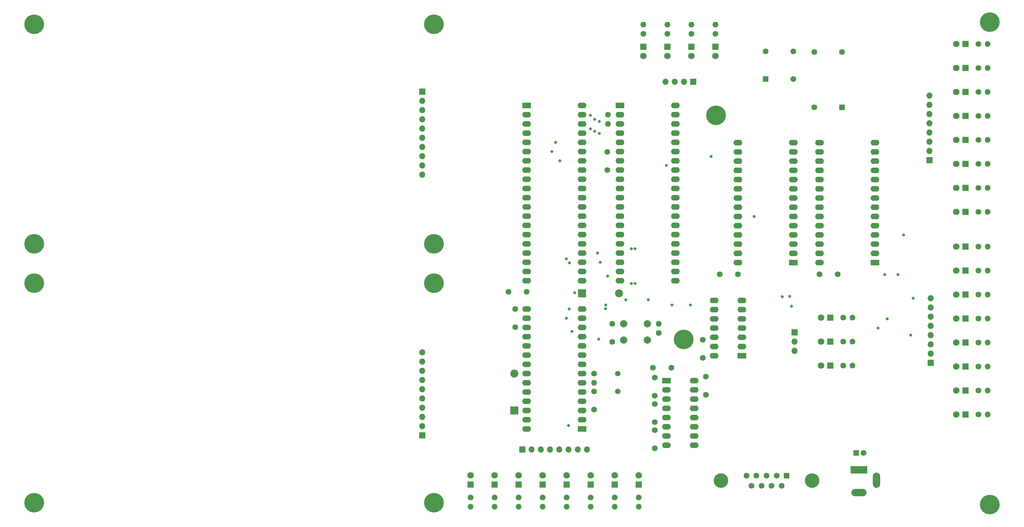
<source format=gbr>
%TF.GenerationSoftware,KiCad,Pcbnew,8.0.0*%
%TF.CreationDate,2024-05-27T12:02:18-04:00*%
%TF.ProjectId,Eater 6502 computer,45617465-7220-4363-9530-3220636f6d70,rev?*%
%TF.SameCoordinates,Original*%
%TF.FileFunction,Soldermask,Bot*%
%TF.FilePolarity,Negative*%
%FSLAX46Y46*%
G04 Gerber Fmt 4.6, Leading zero omitted, Abs format (unit mm)*
G04 Created by KiCad (PCBNEW 8.0.0) date 2024-05-27 12:02:18*
%MOMM*%
%LPD*%
G01*
G04 APERTURE LIST*
%ADD10C,1.500000*%
%ADD11C,1.600000*%
%ADD12O,1.600000X1.600000*%
%ADD13R,2.400000X1.600000*%
%ADD14O,2.400000X1.600000*%
%ADD15R,1.800000X1.800000*%
%ADD16C,1.800000*%
%ADD17R,1.700000X1.700000*%
%ADD18O,1.700000X1.700000*%
%ADD19R,2.200000X2.200000*%
%ADD20O,2.200000X2.200000*%
%ADD21R,1.600000X1.600000*%
%ADD22C,2.000000*%
%ADD23C,4.000000*%
%ADD24R,4.600000X2.000000*%
%ADD25O,4.200000X2.000000*%
%ADD26O,2.000000X4.200000*%
%ADD27C,0.800000*%
%ADD28C,5.400000*%
G04 APERTURE END LIST*
D10*
%TO.C,Y1*%
X177829000Y-118494200D03*
X177829000Y-113614200D03*
%TD*%
D11*
%TO.C,R13*%
X277012400Y-85242400D03*
D12*
X279552400Y-85242400D03*
%TD*%
D13*
%TO.C,U7*%
X212017400Y-108737400D03*
D14*
X212017400Y-106197400D03*
X212017400Y-103657400D03*
X212017400Y-101117400D03*
X212017400Y-98577400D03*
X212017400Y-96037400D03*
X212017400Y-93497400D03*
X204397400Y-93497400D03*
X204397400Y-96037400D03*
X204397400Y-98577400D03*
X204397400Y-101117400D03*
X204397400Y-103657400D03*
X204397400Y-106197400D03*
X204397400Y-108737400D03*
%TD*%
D15*
%TO.C,D5*%
X273456400Y-36042600D03*
D16*
X270916400Y-36042600D03*
%TD*%
D11*
%TO.C,R18*%
X277012400Y-118262400D03*
D12*
X279552400Y-118262400D03*
%TD*%
D11*
%TO.C,R33*%
X239830400Y-104810800D03*
D12*
X242370400Y-104810800D03*
%TD*%
D17*
%TO.C,J6*%
X198592600Y-33274000D03*
D18*
X196052600Y-33274000D03*
X193512600Y-33274000D03*
X190972600Y-33274000D03*
%TD*%
D17*
%TO.C,J5*%
X151587200Y-134493000D03*
D18*
X154127200Y-134493000D03*
X156667200Y-134493000D03*
X159207200Y-134493000D03*
X161747200Y-134493000D03*
X164287200Y-134493000D03*
X166827200Y-134493000D03*
X169367200Y-134493000D03*
%TD*%
D15*
%TO.C,D32*%
X236274400Y-104810800D03*
D16*
X233734400Y-104810800D03*
%TD*%
D11*
%TO.C,R30*%
X191490600Y-20066000D03*
D12*
X191490600Y-17526000D03*
%TD*%
D15*
%TO.C,D27*%
X204698600Y-23622000D03*
D16*
X204698600Y-26162000D03*
%TD*%
D11*
%TO.C,R24*%
X157175200Y-147722800D03*
D12*
X157175200Y-150262800D03*
%TD*%
D11*
%TO.C,R1*%
X189106600Y-102438200D03*
D12*
X189106600Y-99898200D03*
%TD*%
D11*
%TO.C,R26*%
X143967200Y-147722800D03*
D12*
X143967200Y-150262800D03*
%TD*%
D15*
%TO.C,D15*%
X273461400Y-105054400D03*
D16*
X270921400Y-105054400D03*
%TD*%
D11*
%TO.C,C1*%
X176330400Y-99898200D03*
X176330400Y-104898200D03*
%TD*%
D19*
%TO.C,D2*%
X149381000Y-123748800D03*
D20*
X149381000Y-113588800D03*
%TD*%
D15*
%TO.C,D26*%
X137363200Y-144195800D03*
D16*
X137363200Y-141655800D03*
%TD*%
D11*
%TO.C,R16*%
X277017400Y-105054400D03*
D12*
X279557400Y-105054400D03*
%TD*%
D11*
%TO.C,C11*%
X233299000Y-86309200D03*
X238299000Y-86309200D03*
%TD*%
%TO.C,R28*%
X204698600Y-20066000D03*
D12*
X204698600Y-17526000D03*
%TD*%
D15*
%TO.C,D33*%
X236274400Y-111440200D03*
D16*
X233734400Y-111440200D03*
%TD*%
D11*
%TO.C,R8*%
X277012400Y-49250600D03*
D12*
X279552400Y-49250600D03*
%TD*%
D15*
%TO.C,D4*%
X273456400Y-29438600D03*
D16*
X270916400Y-29438600D03*
%TD*%
D15*
%TO.C,D7*%
X273456400Y-49250600D03*
D16*
X270916400Y-49250600D03*
%TD*%
D11*
%TO.C,R31*%
X184886600Y-20066000D03*
D12*
X184886600Y-17526000D03*
%TD*%
D11*
%TO.C,R19*%
X277012400Y-124866400D03*
D12*
X279552400Y-124866400D03*
%TD*%
D13*
%TO.C,U4*%
X178438600Y-39792600D03*
D14*
X178438600Y-42332600D03*
X178438600Y-44872600D03*
X178438600Y-47412600D03*
X178438600Y-49952600D03*
X178438600Y-52492600D03*
X178438600Y-55032600D03*
X178438600Y-57572600D03*
X178438600Y-60112600D03*
X178438600Y-62652600D03*
X178438600Y-65192600D03*
X178438600Y-67732600D03*
X178438600Y-70272600D03*
X178438600Y-72812600D03*
X178438600Y-75352600D03*
X178438600Y-77892600D03*
X178438600Y-80432600D03*
X178438600Y-82972600D03*
X178438600Y-85512600D03*
X178438600Y-88052600D03*
X193678600Y-88052600D03*
X193678600Y-85512600D03*
X193678600Y-82972600D03*
X193678600Y-80432600D03*
X193678600Y-77892600D03*
X193678600Y-75352600D03*
X193678600Y-72812600D03*
X193678600Y-70272600D03*
X193678600Y-67732600D03*
X193678600Y-65192600D03*
X193678600Y-62652600D03*
X193678600Y-60112600D03*
X193678600Y-57572600D03*
X193678600Y-55032600D03*
X193678600Y-52492600D03*
X193678600Y-49952600D03*
X193678600Y-47412600D03*
X193678600Y-44872600D03*
X193678600Y-42332600D03*
X193678600Y-39792600D03*
%TD*%
D15*
%TO.C,D25*%
X143967200Y-144195800D03*
D16*
X143967200Y-141655800D03*
%TD*%
D15*
%TO.C,D31*%
X236274400Y-98206800D03*
D16*
X233734400Y-98206800D03*
%TD*%
D11*
%TO.C,R2*%
X175187400Y-42341800D03*
D12*
X175187400Y-44881800D03*
%TD*%
D11*
%TO.C,R22*%
X170383200Y-147722800D03*
D12*
X170383200Y-150262800D03*
%TD*%
D15*
%TO.C,D18*%
X273456400Y-124866400D03*
D16*
X270916400Y-124866400D03*
%TD*%
D21*
%TO.C,X2*%
X218543269Y-32524200D03*
D11*
X226163269Y-32524200D03*
X226163269Y-24904200D03*
X218543269Y-24904200D03*
%TD*%
D15*
%TO.C,D19*%
X183591200Y-144212600D03*
D16*
X183591200Y-141672600D03*
%TD*%
D11*
%TO.C,R14*%
X277012400Y-91846400D03*
D12*
X279552400Y-91846400D03*
%TD*%
D15*
%TO.C,D24*%
X150571200Y-144195800D03*
D16*
X150571200Y-141655800D03*
%TD*%
D15*
%TO.C,D8*%
X273456400Y-55854600D03*
D16*
X270916400Y-55854600D03*
%TD*%
D17*
%TO.C,J4*%
X263550400Y-54838600D03*
D18*
X263550400Y-52298600D03*
X263550400Y-49758600D03*
X263550400Y-47218600D03*
X263550400Y-44678600D03*
X263550400Y-42138600D03*
X263550400Y-39598600D03*
X263550400Y-37058600D03*
%TD*%
D11*
%TO.C,C14*%
X174991400Y-57592600D03*
X174991400Y-52592600D03*
%TD*%
%TO.C,R34*%
X239830400Y-111414800D03*
D12*
X242370400Y-111414800D03*
%TD*%
D15*
%TO.C,D28*%
X198094600Y-23622000D03*
D16*
X198094600Y-26162000D03*
%TD*%
D15*
%TO.C,D11*%
X273456400Y-78638400D03*
D16*
X270916400Y-78638400D03*
%TD*%
D15*
%TO.C,D10*%
X273456400Y-69062600D03*
D16*
X270916400Y-69062600D03*
%TD*%
D11*
%TO.C,R21*%
X176987200Y-147717800D03*
D12*
X176987200Y-150257800D03*
%TD*%
D11*
%TO.C,R25*%
X150571200Y-147722800D03*
D12*
X150571200Y-150262800D03*
%TD*%
D11*
%TO.C,R11*%
X277012400Y-69062600D03*
D12*
X279552400Y-69062600D03*
%TD*%
D22*
%TO.C,SW1*%
X186006600Y-104408800D03*
X179506600Y-104408800D03*
X186006600Y-99908800D03*
X179506600Y-99908800D03*
%TD*%
D21*
%TO.C,C9*%
X243392888Y-135483600D03*
D11*
X245392888Y-135483600D03*
%TD*%
%TO.C,R17*%
X277012400Y-111658400D03*
D12*
X279552400Y-111658400D03*
%TD*%
D11*
%TO.C,C6*%
X188010800Y-129184400D03*
X188010800Y-134184400D03*
%TD*%
D13*
%TO.C,U3*%
X191262000Y-115595400D03*
D14*
X191262000Y-118135400D03*
X191262000Y-120675400D03*
X191262000Y-123215400D03*
X191262000Y-125755400D03*
X191262000Y-128295400D03*
X191262000Y-130835400D03*
X191262000Y-133375400D03*
X198882000Y-133375400D03*
X198882000Y-130835400D03*
X198882000Y-128295400D03*
X198882000Y-125755400D03*
X198882000Y-123215400D03*
X198882000Y-120675400D03*
X198882000Y-118135400D03*
X198882000Y-115595400D03*
%TD*%
D13*
%TO.C,U1*%
X248542600Y-83017600D03*
D14*
X248542600Y-80477600D03*
X248542600Y-77937600D03*
X248542600Y-75397600D03*
X248542600Y-72857600D03*
X248542600Y-70317600D03*
X248542600Y-67777600D03*
X248542600Y-65237600D03*
X248542600Y-62697600D03*
X248542600Y-60157600D03*
X248542600Y-57617600D03*
X248542600Y-55077600D03*
X248542600Y-52537600D03*
X248542600Y-49997600D03*
X233302600Y-49997600D03*
X233302600Y-52537600D03*
X233302600Y-55077600D03*
X233302600Y-57617600D03*
X233302600Y-60157600D03*
X233302600Y-62697600D03*
X233302600Y-65237600D03*
X233302600Y-67777600D03*
X233302600Y-70317600D03*
X233302600Y-72857600D03*
X233302600Y-75397600D03*
X233302600Y-77937600D03*
X233302600Y-80477600D03*
X233302600Y-83017600D03*
%TD*%
D11*
%TO.C,R20*%
X183591200Y-147768600D03*
D12*
X183591200Y-150308600D03*
%TD*%
D11*
%TO.C,R15*%
X277012400Y-98450400D03*
D12*
X279552400Y-98450400D03*
%TD*%
D11*
%TO.C,C13*%
X202042400Y-114467000D03*
X202042400Y-119467000D03*
%TD*%
D15*
%TO.C,D20*%
X176987200Y-144195800D03*
D16*
X176987200Y-141655800D03*
%TD*%
D23*
%TO.C,J1*%
X206254800Y-143106000D03*
X231254800Y-143106000D03*
D21*
X224294800Y-141686000D03*
D11*
X221524800Y-141686000D03*
X218754800Y-141686000D03*
X215984800Y-141686000D03*
X213214800Y-141686000D03*
X222909800Y-144526000D03*
X220139800Y-144526000D03*
X217369800Y-144526000D03*
X214599800Y-144526000D03*
%TD*%
D15*
%TO.C,D12*%
X273456400Y-85242400D03*
D16*
X270916400Y-85242400D03*
%TD*%
D15*
%TO.C,D14*%
X273456400Y-98450400D03*
D16*
X270916400Y-98450400D03*
%TD*%
D11*
%TO.C,R23*%
X163779200Y-147722800D03*
D12*
X163779200Y-150262800D03*
%TD*%
D11*
%TO.C,C5*%
X192553600Y-111988600D03*
X187553600Y-111988600D03*
%TD*%
D15*
%TO.C,D9*%
X273456400Y-62458600D03*
D16*
X270916400Y-62458600D03*
%TD*%
D15*
%TO.C,D13*%
X273456400Y-91846400D03*
D16*
X270916400Y-91846400D03*
%TD*%
D11*
%TO.C,R29*%
X198094600Y-20066000D03*
D12*
X198094600Y-17526000D03*
%TD*%
D13*
%TO.C,U5*%
X168075400Y-128845000D03*
D14*
X168075400Y-126305000D03*
X168075400Y-123765000D03*
X168075400Y-121225000D03*
X168075400Y-118685000D03*
X168075400Y-116145000D03*
X168075400Y-113605000D03*
X168075400Y-111065000D03*
X168075400Y-108525000D03*
X168075400Y-105985000D03*
X168075400Y-103445000D03*
X168075400Y-100905000D03*
X168075400Y-98365000D03*
X168075400Y-95825000D03*
X152835400Y-95825000D03*
X152835400Y-98365000D03*
X152835400Y-100905000D03*
X152835400Y-103445000D03*
X152835400Y-105985000D03*
X152835400Y-108525000D03*
X152835400Y-111065000D03*
X152835400Y-113605000D03*
X152835400Y-116145000D03*
X152835400Y-118685000D03*
X152835400Y-121225000D03*
X152835400Y-123765000D03*
X152835400Y-126305000D03*
X152835400Y-128845000D03*
%TD*%
D15*
%TO.C,D30*%
X184886600Y-23622000D03*
D16*
X184886600Y-26162000D03*
%TD*%
D15*
%TO.C,D6*%
X273456400Y-42646600D03*
D16*
X270916400Y-42646600D03*
%TD*%
D11*
%TO.C,R12*%
X277012400Y-78638400D03*
D12*
X279552400Y-78638400D03*
%TD*%
D17*
%TO.C,J7*%
X226495400Y-102285800D03*
D18*
X226495400Y-104825800D03*
X226495400Y-107365800D03*
%TD*%
D11*
%TO.C,R7*%
X277012400Y-42646600D03*
D12*
X279552400Y-42646600D03*
%TD*%
D11*
%TO.C,C12*%
X152806400Y-91135200D03*
X147806400Y-91135200D03*
%TD*%
%TO.C,C7*%
X149656800Y-95808800D03*
X149656800Y-100808800D03*
%TD*%
D13*
%TO.C,U2*%
X226139800Y-83032600D03*
D14*
X226139800Y-80492600D03*
X226139800Y-77952600D03*
X226139800Y-75412600D03*
X226139800Y-72872600D03*
X226139800Y-70332600D03*
X226139800Y-67792600D03*
X226139800Y-65252600D03*
X226139800Y-62712600D03*
X226139800Y-60172600D03*
X226139800Y-57632600D03*
X226139800Y-55092600D03*
X226139800Y-52552600D03*
X226139800Y-50012600D03*
X210899800Y-50012600D03*
X210899800Y-52552600D03*
X210899800Y-55092600D03*
X210899800Y-57632600D03*
X210899800Y-60172600D03*
X210899800Y-62712600D03*
X210899800Y-65252600D03*
X210899800Y-67792600D03*
X210899800Y-70332600D03*
X210899800Y-72872600D03*
X210899800Y-75412600D03*
X210899800Y-77952600D03*
X210899800Y-80492600D03*
X210899800Y-83032600D03*
%TD*%
D11*
%TO.C,C3*%
X188010800Y-119735600D03*
X188010800Y-114735600D03*
%TD*%
%TO.C,R5*%
X277012400Y-29438600D03*
D12*
X279552400Y-29438600D03*
%TD*%
D15*
%TO.C,D29*%
X191490600Y-23622000D03*
D16*
X191490600Y-26162000D03*
%TD*%
D17*
%TO.C,J9*%
X263906000Y-110642400D03*
D18*
X263906000Y-108102400D03*
X263906000Y-105562400D03*
X263906000Y-103022400D03*
X263906000Y-100482400D03*
X263906000Y-97942400D03*
X263906000Y-95402400D03*
X263906000Y-92862400D03*
%TD*%
D11*
%TO.C,R6*%
X277012400Y-36042600D03*
D12*
X279552400Y-36042600D03*
%TD*%
D11*
%TO.C,R4*%
X277012400Y-22834600D03*
D12*
X279552400Y-22834600D03*
%TD*%
D24*
%TO.C,J8*%
X244195600Y-140081000D03*
D25*
X244195600Y-146381000D03*
D26*
X248995600Y-142981000D03*
%TD*%
D11*
%TO.C,R10*%
X277012400Y-62458600D03*
D12*
X279552400Y-62458600D03*
%TD*%
D15*
%TO.C,D22*%
X163779200Y-144195800D03*
D16*
X163779200Y-141655800D03*
%TD*%
D17*
%TO.C,J3*%
X124104400Y-130606800D03*
D18*
X124104400Y-128066800D03*
X124104400Y-125526800D03*
X124104400Y-122986800D03*
X124104400Y-120446800D03*
X124104400Y-117906800D03*
X124104400Y-115366800D03*
X124104400Y-112826800D03*
X124104400Y-110286800D03*
X124104400Y-107746800D03*
%TD*%
D11*
%TO.C,R32*%
X239830400Y-98206800D03*
D12*
X242370400Y-98206800D03*
%TD*%
D11*
%TO.C,C8*%
X210859800Y-86309200D03*
X205859800Y-86309200D03*
%TD*%
%TO.C,C10*%
X201264200Y-109270800D03*
X201264200Y-104270800D03*
%TD*%
%TO.C,R3*%
X171326600Y-113614200D03*
D12*
X171326600Y-116154200D03*
%TD*%
D15*
%TO.C,D3*%
X273456400Y-22834600D03*
D16*
X270916400Y-22834600D03*
%TD*%
D21*
%TO.C,X1*%
X239522000Y-40309800D03*
D11*
X239522000Y-25069800D03*
X231902000Y-25069800D03*
X231902000Y-40309800D03*
%TD*%
D19*
%TO.C,D1*%
X168075400Y-91490800D03*
D20*
X178235400Y-91490800D03*
%TD*%
D11*
%TO.C,C4*%
X188010800Y-126960000D03*
X188010800Y-121960000D03*
%TD*%
%TO.C,C2*%
X171326600Y-118491000D03*
X171326600Y-123491000D03*
%TD*%
D15*
%TO.C,D17*%
X273456400Y-118262400D03*
D16*
X270916400Y-118262400D03*
%TD*%
D11*
%TO.C,R27*%
X137363200Y-147722800D03*
D12*
X137363200Y-150262800D03*
%TD*%
D15*
%TO.C,D16*%
X273456400Y-111658400D03*
D16*
X270916400Y-111658400D03*
%TD*%
D15*
%TO.C,D23*%
X157175200Y-144195800D03*
D16*
X157175200Y-141655800D03*
%TD*%
D11*
%TO.C,R9*%
X277012400Y-55854600D03*
D12*
X279552400Y-55854600D03*
%TD*%
D13*
%TO.C,U6*%
X152830400Y-39772200D03*
D14*
X152830400Y-42312200D03*
X152830400Y-44852200D03*
X152830400Y-47392200D03*
X152830400Y-49932200D03*
X152830400Y-52472200D03*
X152830400Y-55012200D03*
X152830400Y-57552200D03*
X152830400Y-60092200D03*
X152830400Y-62632200D03*
X152830400Y-65172200D03*
X152830400Y-67712200D03*
X152830400Y-70252200D03*
X152830400Y-72792200D03*
X152830400Y-75332200D03*
X152830400Y-77872200D03*
X152830400Y-80412200D03*
X152830400Y-82952200D03*
X152830400Y-85492200D03*
X152830400Y-88032200D03*
X168070400Y-88032200D03*
X168070400Y-85492200D03*
X168070400Y-82952200D03*
X168070400Y-80412200D03*
X168070400Y-77872200D03*
X168070400Y-75332200D03*
X168070400Y-72792200D03*
X168070400Y-70252200D03*
X168070400Y-67712200D03*
X168070400Y-65172200D03*
X168070400Y-62632200D03*
X168070400Y-60092200D03*
X168070400Y-57552200D03*
X168070400Y-55012200D03*
X168070400Y-52472200D03*
X168070400Y-49932200D03*
X168070400Y-47392200D03*
X168070400Y-44852200D03*
X168070400Y-42312200D03*
X168070400Y-39772200D03*
%TD*%
D17*
%TO.C,J2*%
X124104400Y-35966400D03*
D18*
X124104400Y-38506400D03*
X124104400Y-41046400D03*
X124104400Y-43586400D03*
X124104400Y-46126400D03*
X124104400Y-48666400D03*
X124104400Y-51206400D03*
X124104400Y-53746400D03*
X124104400Y-56286400D03*
X124104400Y-58826400D03*
%TD*%
D15*
%TO.C,D21*%
X170383200Y-144195800D03*
D16*
X170383200Y-141655800D03*
%TD*%
D27*
X161925000Y-55016400D03*
X166043400Y-91389200D03*
D28*
X127355600Y-149148800D03*
D27*
X251231400Y-86360000D03*
X256438400Y-75438000D03*
D28*
X17424400Y-88696800D03*
X17424400Y-17424400D03*
D27*
X249377200Y-101117400D03*
D28*
X280111200Y-149707600D03*
D27*
X223037400Y-92481400D03*
X251917200Y-98577400D03*
D28*
X17424400Y-149148800D03*
D27*
X254914400Y-86360000D03*
D28*
X17424400Y-77876400D03*
D27*
X225602800Y-95046800D03*
D28*
X127355600Y-17424400D03*
X204876400Y-42519600D03*
X280111200Y-16865600D03*
X127355600Y-88696800D03*
X195986400Y-104190800D03*
X127355600Y-77876400D03*
D27*
X172796200Y-44170600D03*
X171475400Y-46913800D03*
X170357800Y-46228000D03*
X171475400Y-43561000D03*
X170357800Y-42468800D03*
X172796200Y-47523400D03*
X159766000Y-52501800D03*
X163741700Y-82016600D03*
X163741700Y-98374200D03*
X160782000Y-49911000D03*
X164541200Y-83134200D03*
X164527900Y-95834200D03*
X259054600Y-92862400D03*
X215370200Y-70332600D03*
X258394200Y-103022400D03*
X172618400Y-104114600D03*
X175107600Y-86741000D03*
X172313600Y-80441800D03*
X203504800Y-53822600D03*
X191262000Y-56261000D03*
X181559200Y-79273400D03*
X186232800Y-93294200D03*
X174553442Y-94734637D03*
X181559200Y-88777100D03*
X180086000Y-93294200D03*
X164338000Y-127939800D03*
X182626000Y-79222600D03*
X174498000Y-95732600D03*
X182626000Y-88777100D03*
X173024800Y-82931000D03*
X192786000Y-94767400D03*
X197866000Y-94767400D03*
X165252400Y-102031800D03*
X225145600Y-92379800D03*
M02*

</source>
